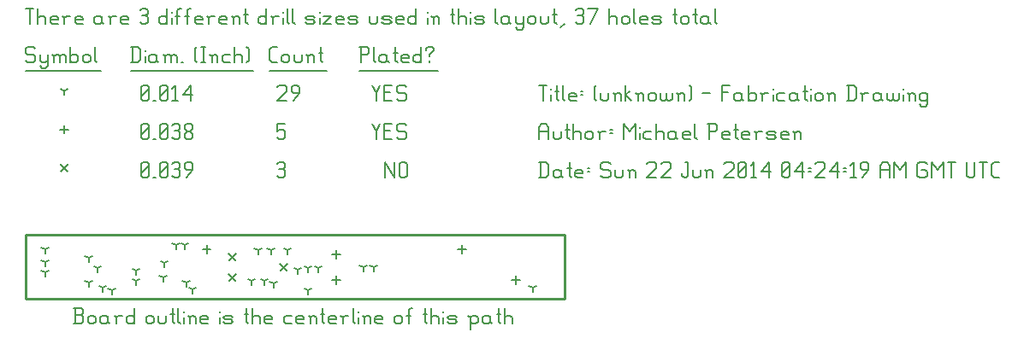
<source format=gbr>
G04 start of page 13 for group -3984 idx -3984 *
G04 Title: (unknown), fab *
G04 Creator: pcb 20110918 *
G04 CreationDate: Sun 22 Jun 2014 04:24:19 AM GMT UTC *
G04 For: railfan *
G04 Format: Gerber/RS-274X *
G04 PCB-Dimensions: 210000 25000 *
G04 PCB-Coordinate-Origin: lower left *
%MOIN*%
%FSLAX25Y25*%
%LNFAB*%
%ADD77C,0.0100*%
%ADD76C,0.0075*%
%ADD75C,0.0060*%
%ADD74C,0.0001*%
G54D74*G36*
X99300Y14266D02*X102266Y11300D01*
X101700Y10734D01*
X98734Y13700D01*
X99300Y14266D01*
G37*
G36*
X98734Y11300D02*X101700Y14266D01*
X102266Y13700D01*
X99300Y10734D01*
X98734Y11300D01*
G37*
G36*
X79300Y18266D02*X82266Y15300D01*
X81700Y14734D01*
X78734Y17700D01*
X79300Y18266D01*
G37*
G36*
X78734Y15300D02*X81700Y18266D01*
X82266Y17700D01*
X79300Y14734D01*
X78734Y15300D01*
G37*
G36*
X79300Y10266D02*X82266Y7300D01*
X81700Y6734D01*
X78734Y9700D01*
X79300Y10266D01*
G37*
G36*
X78734Y7300D02*X81700Y10266D01*
X82266Y9700D01*
X79300Y6734D01*
X78734Y7300D01*
G37*
G36*
X13800Y53016D02*X16766Y50050D01*
X16200Y49484D01*
X13234Y52450D01*
X13800Y53016D01*
G37*
G36*
X13234Y50050D02*X16200Y53016D01*
X16766Y52450D01*
X13800Y49484D01*
X13234Y50050D01*
G37*
G54D75*X140000Y53500D02*Y47500D01*
Y53500D02*X143750Y47500D01*
Y53500D02*Y47500D01*
X145550Y52750D02*Y48250D01*
Y52750D02*X146300Y53500D01*
X147800D01*
X148550Y52750D01*
Y48250D01*
X147800Y47500D02*X148550Y48250D01*
X146300Y47500D02*X147800D01*
X145550Y48250D02*X146300Y47500D01*
X98000Y52750D02*X98750Y53500D01*
X100250D01*
X101000Y52750D01*
X100250Y47500D02*X101000Y48250D01*
X98750Y47500D02*X100250D01*
X98000Y48250D02*X98750Y47500D01*
Y50800D02*X100250D01*
X101000Y52750D02*Y51550D01*
Y50050D02*Y48250D01*
Y50050D02*X100250Y50800D01*
X101000Y51550D02*X100250Y50800D01*
X45000Y48250D02*X45750Y47500D01*
X45000Y52750D02*Y48250D01*
Y52750D02*X45750Y53500D01*
X47250D01*
X48000Y52750D01*
Y48250D01*
X47250Y47500D02*X48000Y48250D01*
X45750Y47500D02*X47250D01*
X45000Y49000D02*X48000Y52000D01*
X49800Y47500D02*X50550D01*
X52350Y48250D02*X53100Y47500D01*
X52350Y52750D02*Y48250D01*
Y52750D02*X53100Y53500D01*
X54600D01*
X55350Y52750D01*
Y48250D01*
X54600Y47500D02*X55350Y48250D01*
X53100Y47500D02*X54600D01*
X52350Y49000D02*X55350Y52000D01*
X57150Y52750D02*X57900Y53500D01*
X59400D01*
X60150Y52750D01*
X59400Y47500D02*X60150Y48250D01*
X57900Y47500D02*X59400D01*
X57150Y48250D02*X57900Y47500D01*
Y50800D02*X59400D01*
X60150Y52750D02*Y51550D01*
Y50050D02*Y48250D01*
Y50050D02*X59400Y50800D01*
X60150Y51550D02*X59400Y50800D01*
X62700Y47500D02*X64950Y50500D01*
Y52750D02*Y50500D01*
X64200Y53500D02*X64950Y52750D01*
X62700Y53500D02*X64200D01*
X61950Y52750D02*X62700Y53500D01*
X61950Y52750D02*Y51250D01*
X62700Y50500D01*
X64950D01*
X70500Y21100D02*Y17900D01*
X68900Y19500D02*X72100D01*
X170000Y21100D02*Y17900D01*
X168400Y19500D02*X171600D01*
X191000Y9100D02*Y5900D01*
X189400Y7500D02*X192600D01*
X121000Y19100D02*Y15900D01*
X119400Y17500D02*X122600D01*
X121000Y9100D02*Y5900D01*
X119400Y7500D02*X122600D01*
X15000Y67850D02*Y64650D01*
X13400Y66250D02*X16600D01*
X135000Y68500D02*X136500Y65500D01*
X138000Y68500D01*
X136500Y65500D02*Y62500D01*
X139800Y65800D02*X142050D01*
X139800Y62500D02*X142800D01*
X139800Y68500D02*Y62500D01*
Y68500D02*X142800D01*
X147600D02*X148350Y67750D01*
X145350Y68500D02*X147600D01*
X144600Y67750D02*X145350Y68500D01*
X144600Y67750D02*Y66250D01*
X145350Y65500D01*
X147600D01*
X148350Y64750D01*
Y63250D01*
X147600Y62500D02*X148350Y63250D01*
X145350Y62500D02*X147600D01*
X144600Y63250D02*X145350Y62500D01*
X98000Y68500D02*X101000D01*
X98000D02*Y65500D01*
X98750Y66250D01*
X100250D01*
X101000Y65500D01*
Y63250D01*
X100250Y62500D02*X101000Y63250D01*
X98750Y62500D02*X100250D01*
X98000Y63250D02*X98750Y62500D01*
X45000Y63250D02*X45750Y62500D01*
X45000Y67750D02*Y63250D01*
Y67750D02*X45750Y68500D01*
X47250D01*
X48000Y67750D01*
Y63250D01*
X47250Y62500D02*X48000Y63250D01*
X45750Y62500D02*X47250D01*
X45000Y64000D02*X48000Y67000D01*
X49800Y62500D02*X50550D01*
X52350Y63250D02*X53100Y62500D01*
X52350Y67750D02*Y63250D01*
Y67750D02*X53100Y68500D01*
X54600D01*
X55350Y67750D01*
Y63250D01*
X54600Y62500D02*X55350Y63250D01*
X53100Y62500D02*X54600D01*
X52350Y64000D02*X55350Y67000D01*
X57150Y67750D02*X57900Y68500D01*
X59400D01*
X60150Y67750D01*
X59400Y62500D02*X60150Y63250D01*
X57900Y62500D02*X59400D01*
X57150Y63250D02*X57900Y62500D01*
Y65800D02*X59400D01*
X60150Y67750D02*Y66550D01*
Y65050D02*Y63250D01*
Y65050D02*X59400Y65800D01*
X60150Y66550D02*X59400Y65800D01*
X61950Y63250D02*X62700Y62500D01*
X61950Y64450D02*Y63250D01*
Y64450D02*X63000Y65500D01*
X63900D01*
X64950Y64450D01*
Y63250D01*
X64200Y62500D02*X64950Y63250D01*
X62700Y62500D02*X64200D01*
X61950Y66550D02*X63000Y65500D01*
X61950Y67750D02*Y66550D01*
Y67750D02*X62700Y68500D01*
X64200D01*
X64950Y67750D01*
Y66550D01*
X63900Y65500D02*X64950Y66550D01*
X7500Y14500D02*Y12900D01*
Y14500D02*X8887Y15300D01*
X7500Y14500D02*X6113Y15300D01*
X7500Y10500D02*Y8900D01*
Y10500D02*X8887Y11300D01*
X7500Y10500D02*X6113Y11300D01*
X7500Y19500D02*Y17900D01*
Y19500D02*X8887Y20300D01*
X7500Y19500D02*X6113Y20300D01*
X24500Y16000D02*Y14400D01*
Y16000D02*X25887Y16800D01*
X24500Y16000D02*X23113Y16800D01*
X24500Y6500D02*Y4900D01*
Y6500D02*X25887Y7300D01*
X24500Y6500D02*X23113Y7300D01*
X30000Y4500D02*Y2900D01*
Y4500D02*X31387Y5300D01*
X30000Y4500D02*X28613Y5300D01*
X33500Y3500D02*Y1900D01*
Y3500D02*X34887Y4300D01*
X33500Y3500D02*X32113Y4300D01*
X28000Y12000D02*Y10400D01*
Y12000D02*X29387Y12800D01*
X28000Y12000D02*X26613Y12800D01*
X43000Y11000D02*Y9400D01*
Y11000D02*X44387Y11800D01*
X43000Y11000D02*X41613Y11800D01*
X43000Y7000D02*Y5400D01*
Y7000D02*X44387Y7800D01*
X43000Y7000D02*X41613Y7800D01*
X54000Y14000D02*Y12400D01*
Y14000D02*X55387Y14800D01*
X54000Y14000D02*X52613Y14800D01*
X58500Y21000D02*Y19400D01*
Y21000D02*X59887Y21800D01*
X58500Y21000D02*X57113Y21800D01*
X62000Y21000D02*Y19400D01*
Y21000D02*X63387Y21800D01*
X62000Y21000D02*X60613Y21800D01*
X65000Y3662D02*Y2062D01*
Y3662D02*X66387Y4462D01*
X65000Y3662D02*X63613Y4462D01*
X53500Y8500D02*Y6900D01*
Y8500D02*X54887Y9300D01*
X53500Y8500D02*X52113Y9300D01*
X62500Y6500D02*Y4900D01*
Y6500D02*X63887Y7300D01*
X62500Y6500D02*X61113Y7300D01*
X95500Y19000D02*Y17400D01*
Y19000D02*X96887Y19800D01*
X95500Y19000D02*X94113Y19800D01*
X90500Y19000D02*Y17400D01*
Y19000D02*X91887Y19800D01*
X90500Y19000D02*X89113Y19800D01*
X88000Y7000D02*Y5400D01*
Y7000D02*X89387Y7800D01*
X88000Y7000D02*X86613Y7800D01*
X93000Y7000D02*Y5400D01*
Y7000D02*X94387Y7800D01*
X93000Y7000D02*X91613Y7800D01*
X96500Y6000D02*Y4400D01*
Y6000D02*X97887Y6800D01*
X96500Y6000D02*X95113Y6800D01*
X110000Y3500D02*Y1900D01*
Y3500D02*X111387Y4300D01*
X110000Y3500D02*X108613Y4300D01*
X110000Y12000D02*Y10400D01*
Y12000D02*X111387Y12800D01*
X110000Y12000D02*X108613Y12800D01*
X106000Y11500D02*Y9900D01*
Y11500D02*X107387Y12300D01*
X106000Y11500D02*X104613Y12300D01*
X114000Y12000D02*Y10400D01*
Y12000D02*X115387Y12800D01*
X114000Y12000D02*X112613Y12800D01*
X102000Y19000D02*Y17400D01*
Y19000D02*X103387Y19800D01*
X102000Y19000D02*X100613Y19800D01*
X131500Y12500D02*Y10900D01*
Y12500D02*X132887Y13300D01*
X131500Y12500D02*X130113Y13300D01*
X135500Y12500D02*Y10900D01*
Y12500D02*X136887Y13300D01*
X135500Y12500D02*X134113Y13300D01*
X197500Y4500D02*Y2900D01*
Y4500D02*X198887Y5300D01*
X197500Y4500D02*X196113Y5300D01*
X15000Y81250D02*Y79650D01*
Y81250D02*X16387Y82050D01*
X15000Y81250D02*X13613Y82050D01*
X135000Y83500D02*X136500Y80500D01*
X138000Y83500D01*
X136500Y80500D02*Y77500D01*
X139800Y80800D02*X142050D01*
X139800Y77500D02*X142800D01*
X139800Y83500D02*Y77500D01*
Y83500D02*X142800D01*
X147600D02*X148350Y82750D01*
X145350Y83500D02*X147600D01*
X144600Y82750D02*X145350Y83500D01*
X144600Y82750D02*Y81250D01*
X145350Y80500D01*
X147600D01*
X148350Y79750D01*
Y78250D01*
X147600Y77500D02*X148350Y78250D01*
X145350Y77500D02*X147600D01*
X144600Y78250D02*X145350Y77500D01*
X98000Y82750D02*X98750Y83500D01*
X101000D01*
X101750Y82750D01*
Y81250D01*
X98000Y77500D02*X101750Y81250D01*
X98000Y77500D02*X101750D01*
X104300D02*X106550Y80500D01*
Y82750D02*Y80500D01*
X105800Y83500D02*X106550Y82750D01*
X104300Y83500D02*X105800D01*
X103550Y82750D02*X104300Y83500D01*
X103550Y82750D02*Y81250D01*
X104300Y80500D01*
X106550D01*
X45000Y78250D02*X45750Y77500D01*
X45000Y82750D02*Y78250D01*
Y82750D02*X45750Y83500D01*
X47250D01*
X48000Y82750D01*
Y78250D01*
X47250Y77500D02*X48000Y78250D01*
X45750Y77500D02*X47250D01*
X45000Y79000D02*X48000Y82000D01*
X49800Y77500D02*X50550D01*
X52350Y78250D02*X53100Y77500D01*
X52350Y82750D02*Y78250D01*
Y82750D02*X53100Y83500D01*
X54600D01*
X55350Y82750D01*
Y78250D01*
X54600Y77500D02*X55350Y78250D01*
X53100Y77500D02*X54600D01*
X52350Y79000D02*X55350Y82000D01*
X57150Y82300D02*X58350Y83500D01*
Y77500D01*
X57150D02*X59400D01*
X61200Y79750D02*X64200Y83500D01*
X61200Y79750D02*X64950D01*
X64200Y83500D02*Y77500D01*
X3000Y98500D02*X3750Y97750D01*
X750Y98500D02*X3000D01*
X0Y97750D02*X750Y98500D01*
X0Y97750D02*Y96250D01*
X750Y95500D01*
X3000D01*
X3750Y94750D01*
Y93250D01*
X3000Y92500D02*X3750Y93250D01*
X750Y92500D02*X3000D01*
X0Y93250D02*X750Y92500D01*
X5550Y95500D02*Y93250D01*
X6300Y92500D01*
X8550Y95500D02*Y91000D01*
X7800Y90250D02*X8550Y91000D01*
X6300Y90250D02*X7800D01*
X5550Y91000D02*X6300Y90250D01*
Y92500D02*X7800D01*
X8550Y93250D01*
X11100Y94750D02*Y92500D01*
Y94750D02*X11850Y95500D01*
X12600D01*
X13350Y94750D01*
Y92500D01*
Y94750D02*X14100Y95500D01*
X14850D01*
X15600Y94750D01*
Y92500D01*
X10350Y95500D02*X11100Y94750D01*
X17400Y98500D02*Y92500D01*
Y93250D02*X18150Y92500D01*
X19650D01*
X20400Y93250D01*
Y94750D02*Y93250D01*
X19650Y95500D02*X20400Y94750D01*
X18150Y95500D02*X19650D01*
X17400Y94750D02*X18150Y95500D01*
X22200Y94750D02*Y93250D01*
Y94750D02*X22950Y95500D01*
X24450D01*
X25200Y94750D01*
Y93250D01*
X24450Y92500D02*X25200Y93250D01*
X22950Y92500D02*X24450D01*
X22200Y93250D02*X22950Y92500D01*
X27000Y98500D02*Y93250D01*
X27750Y92500D01*
X0Y89250D02*X29250D01*
X41750Y98500D02*Y92500D01*
X43700Y98500D02*X44750Y97450D01*
Y93550D01*
X43700Y92500D02*X44750Y93550D01*
X41000Y92500D02*X43700D01*
X41000Y98500D02*X43700D01*
G54D76*X46550Y97000D02*Y96850D01*
G54D75*Y94750D02*Y92500D01*
X50300Y95500D02*X51050Y94750D01*
X48800Y95500D02*X50300D01*
X48050Y94750D02*X48800Y95500D01*
X48050Y94750D02*Y93250D01*
X48800Y92500D01*
X51050Y95500D02*Y93250D01*
X51800Y92500D01*
X48800D02*X50300D01*
X51050Y93250D01*
X54350Y94750D02*Y92500D01*
Y94750D02*X55100Y95500D01*
X55850D01*
X56600Y94750D01*
Y92500D01*
Y94750D02*X57350Y95500D01*
X58100D01*
X58850Y94750D01*
Y92500D01*
X53600Y95500D02*X54350Y94750D01*
X60650Y92500D02*X61400D01*
X65900Y93250D02*X66650Y92500D01*
X65900Y97750D02*X66650Y98500D01*
X65900Y97750D02*Y93250D01*
X68450Y98500D02*X69950D01*
X69200D02*Y92500D01*
X68450D02*X69950D01*
X72500Y94750D02*Y92500D01*
Y94750D02*X73250Y95500D01*
X74000D01*
X74750Y94750D01*
Y92500D01*
X71750Y95500D02*X72500Y94750D01*
X77300Y95500D02*X79550D01*
X76550Y94750D02*X77300Y95500D01*
X76550Y94750D02*Y93250D01*
X77300Y92500D01*
X79550D01*
X81350Y98500D02*Y92500D01*
Y94750D02*X82100Y95500D01*
X83600D01*
X84350Y94750D01*
Y92500D01*
X86150Y98500D02*X86900Y97750D01*
Y93250D01*
X86150Y92500D02*X86900Y93250D01*
X41000Y89250D02*X88700D01*
X96050Y92500D02*X98000D01*
X95000Y93550D02*X96050Y92500D01*
X95000Y97450D02*Y93550D01*
Y97450D02*X96050Y98500D01*
X98000D01*
X99800Y94750D02*Y93250D01*
Y94750D02*X100550Y95500D01*
X102050D01*
X102800Y94750D01*
Y93250D01*
X102050Y92500D02*X102800Y93250D01*
X100550Y92500D02*X102050D01*
X99800Y93250D02*X100550Y92500D01*
X104600Y95500D02*Y93250D01*
X105350Y92500D01*
X106850D01*
X107600Y93250D01*
Y95500D02*Y93250D01*
X110150Y94750D02*Y92500D01*
Y94750D02*X110900Y95500D01*
X111650D01*
X112400Y94750D01*
Y92500D01*
X109400Y95500D02*X110150Y94750D01*
X114950Y98500D02*Y93250D01*
X115700Y92500D01*
X114200Y96250D02*X115700D01*
X95000Y89250D02*X117200D01*
X130750Y98500D02*Y92500D01*
X130000Y98500D02*X133000D01*
X133750Y97750D01*
Y96250D01*
X133000Y95500D02*X133750Y96250D01*
X130750Y95500D02*X133000D01*
X135550Y98500D02*Y93250D01*
X136300Y92500D01*
X140050Y95500D02*X140800Y94750D01*
X138550Y95500D02*X140050D01*
X137800Y94750D02*X138550Y95500D01*
X137800Y94750D02*Y93250D01*
X138550Y92500D01*
X140800Y95500D02*Y93250D01*
X141550Y92500D01*
X138550D02*X140050D01*
X140800Y93250D01*
X144100Y98500D02*Y93250D01*
X144850Y92500D01*
X143350Y96250D02*X144850D01*
X147100Y92500D02*X149350D01*
X146350Y93250D02*X147100Y92500D01*
X146350Y94750D02*Y93250D01*
Y94750D02*X147100Y95500D01*
X148600D01*
X149350Y94750D01*
X146350Y94000D02*X149350D01*
Y94750D02*Y94000D01*
X154150Y98500D02*Y92500D01*
X153400D02*X154150Y93250D01*
X151900Y92500D02*X153400D01*
X151150Y93250D02*X151900Y92500D01*
X151150Y94750D02*Y93250D01*
Y94750D02*X151900Y95500D01*
X153400D01*
X154150Y94750D01*
X157450Y95500D02*Y94750D01*
Y93250D02*Y92500D01*
X155950Y97750D02*Y97000D01*
Y97750D02*X156700Y98500D01*
X158200D01*
X158950Y97750D01*
Y97000D01*
X157450Y95500D02*X158950Y97000D01*
X130000Y89250D02*X160750D01*
X0Y113500D02*X3000D01*
X1500D02*Y107500D01*
X4800Y113500D02*Y107500D01*
Y109750D02*X5550Y110500D01*
X7050D01*
X7800Y109750D01*
Y107500D01*
X10350D02*X12600D01*
X9600Y108250D02*X10350Y107500D01*
X9600Y109750D02*Y108250D01*
Y109750D02*X10350Y110500D01*
X11850D01*
X12600Y109750D01*
X9600Y109000D02*X12600D01*
Y109750D02*Y109000D01*
X15150Y109750D02*Y107500D01*
Y109750D02*X15900Y110500D01*
X17400D01*
X14400D02*X15150Y109750D01*
X19950Y107500D02*X22200D01*
X19200Y108250D02*X19950Y107500D01*
X19200Y109750D02*Y108250D01*
Y109750D02*X19950Y110500D01*
X21450D01*
X22200Y109750D01*
X19200Y109000D02*X22200D01*
Y109750D02*Y109000D01*
X28950Y110500D02*X29700Y109750D01*
X27450Y110500D02*X28950D01*
X26700Y109750D02*X27450Y110500D01*
X26700Y109750D02*Y108250D01*
X27450Y107500D01*
X29700Y110500D02*Y108250D01*
X30450Y107500D01*
X27450D02*X28950D01*
X29700Y108250D01*
X33000Y109750D02*Y107500D01*
Y109750D02*X33750Y110500D01*
X35250D01*
X32250D02*X33000Y109750D01*
X37800Y107500D02*X40050D01*
X37050Y108250D02*X37800Y107500D01*
X37050Y109750D02*Y108250D01*
Y109750D02*X37800Y110500D01*
X39300D01*
X40050Y109750D01*
X37050Y109000D02*X40050D01*
Y109750D02*Y109000D01*
X44550Y112750D02*X45300Y113500D01*
X46800D01*
X47550Y112750D01*
X46800Y107500D02*X47550Y108250D01*
X45300Y107500D02*X46800D01*
X44550Y108250D02*X45300Y107500D01*
Y110800D02*X46800D01*
X47550Y112750D02*Y111550D01*
Y110050D02*Y108250D01*
Y110050D02*X46800Y110800D01*
X47550Y111550D02*X46800Y110800D01*
X55050Y113500D02*Y107500D01*
X54300D02*X55050Y108250D01*
X52800Y107500D02*X54300D01*
X52050Y108250D02*X52800Y107500D01*
X52050Y109750D02*Y108250D01*
Y109750D02*X52800Y110500D01*
X54300D01*
X55050Y109750D01*
G54D76*X56850Y112000D02*Y111850D01*
G54D75*Y109750D02*Y107500D01*
X59100Y112750D02*Y107500D01*
Y112750D02*X59850Y113500D01*
X60600D01*
X58350Y110500D02*X59850D01*
X62850Y112750D02*Y107500D01*
Y112750D02*X63600Y113500D01*
X64350D01*
X62100Y110500D02*X63600D01*
X66600Y107500D02*X68850D01*
X65850Y108250D02*X66600Y107500D01*
X65850Y109750D02*Y108250D01*
Y109750D02*X66600Y110500D01*
X68100D01*
X68850Y109750D01*
X65850Y109000D02*X68850D01*
Y109750D02*Y109000D01*
X71400Y109750D02*Y107500D01*
Y109750D02*X72150Y110500D01*
X73650D01*
X70650D02*X71400Y109750D01*
X76200Y107500D02*X78450D01*
X75450Y108250D02*X76200Y107500D01*
X75450Y109750D02*Y108250D01*
Y109750D02*X76200Y110500D01*
X77700D01*
X78450Y109750D01*
X75450Y109000D02*X78450D01*
Y109750D02*Y109000D01*
X81000Y109750D02*Y107500D01*
Y109750D02*X81750Y110500D01*
X82500D01*
X83250Y109750D01*
Y107500D01*
X80250Y110500D02*X81000Y109750D01*
X85800Y113500D02*Y108250D01*
X86550Y107500D01*
X85050Y111250D02*X86550D01*
X93750Y113500D02*Y107500D01*
X93000D02*X93750Y108250D01*
X91500Y107500D02*X93000D01*
X90750Y108250D02*X91500Y107500D01*
X90750Y109750D02*Y108250D01*
Y109750D02*X91500Y110500D01*
X93000D01*
X93750Y109750D01*
X96300D02*Y107500D01*
Y109750D02*X97050Y110500D01*
X98550D01*
X95550D02*X96300Y109750D01*
G54D76*X100350Y112000D02*Y111850D01*
G54D75*Y109750D02*Y107500D01*
X101850Y113500D02*Y108250D01*
X102600Y107500D01*
X104100Y113500D02*Y108250D01*
X104850Y107500D01*
X109800D02*X112050D01*
X112800Y108250D01*
X112050Y109000D02*X112800Y108250D01*
X109800Y109000D02*X112050D01*
X109050Y109750D02*X109800Y109000D01*
X109050Y109750D02*X109800Y110500D01*
X112050D01*
X112800Y109750D01*
X109050Y108250D02*X109800Y107500D01*
G54D76*X114600Y112000D02*Y111850D01*
G54D75*Y109750D02*Y107500D01*
X116100Y110500D02*X119100D01*
X116100Y107500D02*X119100Y110500D01*
X116100Y107500D02*X119100D01*
X121650D02*X123900D01*
X120900Y108250D02*X121650Y107500D01*
X120900Y109750D02*Y108250D01*
Y109750D02*X121650Y110500D01*
X123150D01*
X123900Y109750D01*
X120900Y109000D02*X123900D01*
Y109750D02*Y109000D01*
X126450Y107500D02*X128700D01*
X129450Y108250D01*
X128700Y109000D02*X129450Y108250D01*
X126450Y109000D02*X128700D01*
X125700Y109750D02*X126450Y109000D01*
X125700Y109750D02*X126450Y110500D01*
X128700D01*
X129450Y109750D01*
X125700Y108250D02*X126450Y107500D01*
X133950Y110500D02*Y108250D01*
X134700Y107500D01*
X136200D01*
X136950Y108250D01*
Y110500D02*Y108250D01*
X139500Y107500D02*X141750D01*
X142500Y108250D01*
X141750Y109000D02*X142500Y108250D01*
X139500Y109000D02*X141750D01*
X138750Y109750D02*X139500Y109000D01*
X138750Y109750D02*X139500Y110500D01*
X141750D01*
X142500Y109750D01*
X138750Y108250D02*X139500Y107500D01*
X145050D02*X147300D01*
X144300Y108250D02*X145050Y107500D01*
X144300Y109750D02*Y108250D01*
Y109750D02*X145050Y110500D01*
X146550D01*
X147300Y109750D01*
X144300Y109000D02*X147300D01*
Y109750D02*Y109000D01*
X152100Y113500D02*Y107500D01*
X151350D02*X152100Y108250D01*
X149850Y107500D02*X151350D01*
X149100Y108250D02*X149850Y107500D01*
X149100Y109750D02*Y108250D01*
Y109750D02*X149850Y110500D01*
X151350D01*
X152100Y109750D01*
G54D76*X156600Y112000D02*Y111850D01*
G54D75*Y109750D02*Y107500D01*
X158850Y109750D02*Y107500D01*
Y109750D02*X159600Y110500D01*
X160350D01*
X161100Y109750D01*
Y107500D01*
X158100Y110500D02*X158850Y109750D01*
X166350Y113500D02*Y108250D01*
X167100Y107500D01*
X165600Y111250D02*X167100D01*
X168600Y113500D02*Y107500D01*
Y109750D02*X169350Y110500D01*
X170850D01*
X171600Y109750D01*
Y107500D01*
G54D76*X173400Y112000D02*Y111850D01*
G54D75*Y109750D02*Y107500D01*
X175650D02*X177900D01*
X178650Y108250D01*
X177900Y109000D02*X178650Y108250D01*
X175650Y109000D02*X177900D01*
X174900Y109750D02*X175650Y109000D01*
X174900Y109750D02*X175650Y110500D01*
X177900D01*
X178650Y109750D01*
X174900Y108250D02*X175650Y107500D01*
X183150Y113500D02*Y108250D01*
X183900Y107500D01*
X187650Y110500D02*X188400Y109750D01*
X186150Y110500D02*X187650D01*
X185400Y109750D02*X186150Y110500D01*
X185400Y109750D02*Y108250D01*
X186150Y107500D01*
X188400Y110500D02*Y108250D01*
X189150Y107500D01*
X186150D02*X187650D01*
X188400Y108250D01*
X190950Y110500D02*Y108250D01*
X191700Y107500D01*
X193950Y110500D02*Y106000D01*
X193200Y105250D02*X193950Y106000D01*
X191700Y105250D02*X193200D01*
X190950Y106000D02*X191700Y105250D01*
Y107500D02*X193200D01*
X193950Y108250D01*
X195750Y109750D02*Y108250D01*
Y109750D02*X196500Y110500D01*
X198000D01*
X198750Y109750D01*
Y108250D01*
X198000Y107500D02*X198750Y108250D01*
X196500Y107500D02*X198000D01*
X195750Y108250D02*X196500Y107500D01*
X200550Y110500D02*Y108250D01*
X201300Y107500D01*
X202800D01*
X203550Y108250D01*
Y110500D02*Y108250D01*
X206100Y113500D02*Y108250D01*
X206850Y107500D01*
X205350Y111250D02*X206850D01*
X208350Y106000D02*X209850Y107500D01*
X214350Y112750D02*X215100Y113500D01*
X216600D01*
X217350Y112750D01*
X216600Y107500D02*X217350Y108250D01*
X215100Y107500D02*X216600D01*
X214350Y108250D02*X215100Y107500D01*
Y110800D02*X216600D01*
X217350Y112750D02*Y111550D01*
Y110050D02*Y108250D01*
Y110050D02*X216600Y110800D01*
X217350Y111550D02*X216600Y110800D01*
X219900Y107500D02*X222900Y113500D01*
X219150D02*X222900D01*
X227400D02*Y107500D01*
Y109750D02*X228150Y110500D01*
X229650D01*
X230400Y109750D01*
Y107500D01*
X232200Y109750D02*Y108250D01*
Y109750D02*X232950Y110500D01*
X234450D01*
X235200Y109750D01*
Y108250D01*
X234450Y107500D02*X235200Y108250D01*
X232950Y107500D02*X234450D01*
X232200Y108250D02*X232950Y107500D01*
X237000Y113500D02*Y108250D01*
X237750Y107500D01*
X240000D02*X242250D01*
X239250Y108250D02*X240000Y107500D01*
X239250Y109750D02*Y108250D01*
Y109750D02*X240000Y110500D01*
X241500D01*
X242250Y109750D01*
X239250Y109000D02*X242250D01*
Y109750D02*Y109000D01*
X244800Y107500D02*X247050D01*
X247800Y108250D01*
X247050Y109000D02*X247800Y108250D01*
X244800Y109000D02*X247050D01*
X244050Y109750D02*X244800Y109000D01*
X244050Y109750D02*X244800Y110500D01*
X247050D01*
X247800Y109750D01*
X244050Y108250D02*X244800Y107500D01*
X253050Y113500D02*Y108250D01*
X253800Y107500D01*
X252300Y111250D02*X253800D01*
X255300Y109750D02*Y108250D01*
Y109750D02*X256050Y110500D01*
X257550D01*
X258300Y109750D01*
Y108250D01*
X257550Y107500D02*X258300Y108250D01*
X256050Y107500D02*X257550D01*
X255300Y108250D02*X256050Y107500D01*
X260850Y113500D02*Y108250D01*
X261600Y107500D01*
X260100Y111250D02*X261600D01*
X265350Y110500D02*X266100Y109750D01*
X263850Y110500D02*X265350D01*
X263100Y109750D02*X263850Y110500D01*
X263100Y109750D02*Y108250D01*
X263850Y107500D01*
X266100Y110500D02*Y108250D01*
X266850Y107500D01*
X263850D02*X265350D01*
X266100Y108250D01*
X268650Y113500D02*Y108250D01*
X269400Y107500D01*
G54D77*X0Y25000D02*X210000D01*
Y0D01*
X0D01*
Y25000D01*
G54D75*X18675Y-9500D02*X21675D01*
X22425Y-8750D01*
Y-6950D02*Y-8750D01*
X21675Y-6200D02*X22425Y-6950D01*
X19425Y-6200D02*X21675D01*
X19425Y-3500D02*Y-9500D01*
X18675Y-3500D02*X21675D01*
X22425Y-4250D01*
Y-5450D01*
X21675Y-6200D02*X22425Y-5450D01*
X24225Y-7250D02*Y-8750D01*
Y-7250D02*X24975Y-6500D01*
X26475D01*
X27225Y-7250D01*
Y-8750D01*
X26475Y-9500D02*X27225Y-8750D01*
X24975Y-9500D02*X26475D01*
X24225Y-8750D02*X24975Y-9500D01*
X31275Y-6500D02*X32025Y-7250D01*
X29775Y-6500D02*X31275D01*
X29025Y-7250D02*X29775Y-6500D01*
X29025Y-7250D02*Y-8750D01*
X29775Y-9500D01*
X32025Y-6500D02*Y-8750D01*
X32775Y-9500D01*
X29775D02*X31275D01*
X32025Y-8750D01*
X35325Y-7250D02*Y-9500D01*
Y-7250D02*X36075Y-6500D01*
X37575D01*
X34575D02*X35325Y-7250D01*
X42375Y-3500D02*Y-9500D01*
X41625D02*X42375Y-8750D01*
X40125Y-9500D02*X41625D01*
X39375Y-8750D02*X40125Y-9500D01*
X39375Y-7250D02*Y-8750D01*
Y-7250D02*X40125Y-6500D01*
X41625D01*
X42375Y-7250D01*
X46875D02*Y-8750D01*
Y-7250D02*X47625Y-6500D01*
X49125D01*
X49875Y-7250D01*
Y-8750D01*
X49125Y-9500D02*X49875Y-8750D01*
X47625Y-9500D02*X49125D01*
X46875Y-8750D02*X47625Y-9500D01*
X51675Y-6500D02*Y-8750D01*
X52425Y-9500D01*
X53925D01*
X54675Y-8750D01*
Y-6500D02*Y-8750D01*
X57225Y-3500D02*Y-8750D01*
X57975Y-9500D01*
X56475Y-5750D02*X57975D01*
X59475Y-3500D02*Y-8750D01*
X60225Y-9500D01*
G54D76*X61725Y-5000D02*Y-5150D01*
G54D75*Y-7250D02*Y-9500D01*
X63975Y-7250D02*Y-9500D01*
Y-7250D02*X64725Y-6500D01*
X65475D01*
X66225Y-7250D01*
Y-9500D01*
X63225Y-6500D02*X63975Y-7250D01*
X68775Y-9500D02*X71025D01*
X68025Y-8750D02*X68775Y-9500D01*
X68025Y-7250D02*Y-8750D01*
Y-7250D02*X68775Y-6500D01*
X70275D01*
X71025Y-7250D01*
X68025Y-8000D02*X71025D01*
Y-7250D02*Y-8000D01*
G54D76*X75525Y-5000D02*Y-5150D01*
G54D75*Y-7250D02*Y-9500D01*
X77775D02*X80025D01*
X80775Y-8750D01*
X80025Y-8000D02*X80775Y-8750D01*
X77775Y-8000D02*X80025D01*
X77025Y-7250D02*X77775Y-8000D01*
X77025Y-7250D02*X77775Y-6500D01*
X80025D01*
X80775Y-7250D01*
X77025Y-8750D02*X77775Y-9500D01*
X86025Y-3500D02*Y-8750D01*
X86775Y-9500D01*
X85275Y-5750D02*X86775D01*
X88275Y-3500D02*Y-9500D01*
Y-7250D02*X89025Y-6500D01*
X90525D01*
X91275Y-7250D01*
Y-9500D01*
X93825D02*X96075D01*
X93075Y-8750D02*X93825Y-9500D01*
X93075Y-7250D02*Y-8750D01*
Y-7250D02*X93825Y-6500D01*
X95325D01*
X96075Y-7250D01*
X93075Y-8000D02*X96075D01*
Y-7250D02*Y-8000D01*
X101325Y-6500D02*X103575D01*
X100575Y-7250D02*X101325Y-6500D01*
X100575Y-7250D02*Y-8750D01*
X101325Y-9500D01*
X103575D01*
X106125D02*X108375D01*
X105375Y-8750D02*X106125Y-9500D01*
X105375Y-7250D02*Y-8750D01*
Y-7250D02*X106125Y-6500D01*
X107625D01*
X108375Y-7250D01*
X105375Y-8000D02*X108375D01*
Y-7250D02*Y-8000D01*
X110925Y-7250D02*Y-9500D01*
Y-7250D02*X111675Y-6500D01*
X112425D01*
X113175Y-7250D01*
Y-9500D01*
X110175Y-6500D02*X110925Y-7250D01*
X115725Y-3500D02*Y-8750D01*
X116475Y-9500D01*
X114975Y-5750D02*X116475D01*
X118725Y-9500D02*X120975D01*
X117975Y-8750D02*X118725Y-9500D01*
X117975Y-7250D02*Y-8750D01*
Y-7250D02*X118725Y-6500D01*
X120225D01*
X120975Y-7250D01*
X117975Y-8000D02*X120975D01*
Y-7250D02*Y-8000D01*
X123525Y-7250D02*Y-9500D01*
Y-7250D02*X124275Y-6500D01*
X125775D01*
X122775D02*X123525Y-7250D01*
X127575Y-3500D02*Y-8750D01*
X128325Y-9500D01*
G54D76*X129825Y-5000D02*Y-5150D01*
G54D75*Y-7250D02*Y-9500D01*
X132075Y-7250D02*Y-9500D01*
Y-7250D02*X132825Y-6500D01*
X133575D01*
X134325Y-7250D01*
Y-9500D01*
X131325Y-6500D02*X132075Y-7250D01*
X136875Y-9500D02*X139125D01*
X136125Y-8750D02*X136875Y-9500D01*
X136125Y-7250D02*Y-8750D01*
Y-7250D02*X136875Y-6500D01*
X138375D01*
X139125Y-7250D01*
X136125Y-8000D02*X139125D01*
Y-7250D02*Y-8000D01*
X143625Y-7250D02*Y-8750D01*
Y-7250D02*X144375Y-6500D01*
X145875D01*
X146625Y-7250D01*
Y-8750D01*
X145875Y-9500D02*X146625Y-8750D01*
X144375Y-9500D02*X145875D01*
X143625Y-8750D02*X144375Y-9500D01*
X149175Y-4250D02*Y-9500D01*
Y-4250D02*X149925Y-3500D01*
X150675D01*
X148425Y-6500D02*X149925D01*
X155625Y-3500D02*Y-8750D01*
X156375Y-9500D01*
X154875Y-5750D02*X156375D01*
X157875Y-3500D02*Y-9500D01*
Y-7250D02*X158625Y-6500D01*
X160125D01*
X160875Y-7250D01*
Y-9500D01*
G54D76*X162675Y-5000D02*Y-5150D01*
G54D75*Y-7250D02*Y-9500D01*
X164925D02*X167175D01*
X167925Y-8750D01*
X167175Y-8000D02*X167925Y-8750D01*
X164925Y-8000D02*X167175D01*
X164175Y-7250D02*X164925Y-8000D01*
X164175Y-7250D02*X164925Y-6500D01*
X167175D01*
X167925Y-7250D01*
X164175Y-8750D02*X164925Y-9500D01*
X173175Y-7250D02*Y-11750D01*
X172425Y-6500D02*X173175Y-7250D01*
X173925Y-6500D01*
X175425D01*
X176175Y-7250D01*
Y-8750D01*
X175425Y-9500D02*X176175Y-8750D01*
X173925Y-9500D02*X175425D01*
X173175Y-8750D02*X173925Y-9500D01*
X180225Y-6500D02*X180975Y-7250D01*
X178725Y-6500D02*X180225D01*
X177975Y-7250D02*X178725Y-6500D01*
X177975Y-7250D02*Y-8750D01*
X178725Y-9500D01*
X180975Y-6500D02*Y-8750D01*
X181725Y-9500D01*
X178725D02*X180225D01*
X180975Y-8750D01*
X184275Y-3500D02*Y-8750D01*
X185025Y-9500D01*
X183525Y-5750D02*X185025D01*
X186525Y-3500D02*Y-9500D01*
Y-7250D02*X187275Y-6500D01*
X188775D01*
X189525Y-7250D01*
Y-9500D01*
X200750Y53500D02*Y47500D01*
X202700Y53500D02*X203750Y52450D01*
Y48550D01*
X202700Y47500D02*X203750Y48550D01*
X200000Y47500D02*X202700D01*
X200000Y53500D02*X202700D01*
X207800Y50500D02*X208550Y49750D01*
X206300Y50500D02*X207800D01*
X205550Y49750D02*X206300Y50500D01*
X205550Y49750D02*Y48250D01*
X206300Y47500D01*
X208550Y50500D02*Y48250D01*
X209300Y47500D01*
X206300D02*X207800D01*
X208550Y48250D01*
X211850Y53500D02*Y48250D01*
X212600Y47500D01*
X211100Y51250D02*X212600D01*
X214850Y47500D02*X217100D01*
X214100Y48250D02*X214850Y47500D01*
X214100Y49750D02*Y48250D01*
Y49750D02*X214850Y50500D01*
X216350D01*
X217100Y49750D01*
X214100Y49000D02*X217100D01*
Y49750D02*Y49000D01*
X218900Y51250D02*X219650D01*
X218900Y49750D02*X219650D01*
X227150Y53500D02*X227900Y52750D01*
X224900Y53500D02*X227150D01*
X224150Y52750D02*X224900Y53500D01*
X224150Y52750D02*Y51250D01*
X224900Y50500D01*
X227150D01*
X227900Y49750D01*
Y48250D01*
X227150Y47500D02*X227900Y48250D01*
X224900Y47500D02*X227150D01*
X224150Y48250D02*X224900Y47500D01*
X229700Y50500D02*Y48250D01*
X230450Y47500D01*
X231950D01*
X232700Y48250D01*
Y50500D02*Y48250D01*
X235250Y49750D02*Y47500D01*
Y49750D02*X236000Y50500D01*
X236750D01*
X237500Y49750D01*
Y47500D01*
X234500Y50500D02*X235250Y49750D01*
X242000Y52750D02*X242750Y53500D01*
X245000D01*
X245750Y52750D01*
Y51250D01*
X242000Y47500D02*X245750Y51250D01*
X242000Y47500D02*X245750D01*
X247550Y52750D02*X248300Y53500D01*
X250550D01*
X251300Y52750D01*
Y51250D01*
X247550Y47500D02*X251300Y51250D01*
X247550Y47500D02*X251300D01*
X256850Y53500D02*X258050D01*
Y48250D01*
X257300Y47500D02*X258050Y48250D01*
X256550Y47500D02*X257300D01*
X255800Y48250D02*X256550Y47500D01*
X255800Y49000D02*Y48250D01*
X259850Y50500D02*Y48250D01*
X260600Y47500D01*
X262100D01*
X262850Y48250D01*
Y50500D02*Y48250D01*
X265400Y49750D02*Y47500D01*
Y49750D02*X266150Y50500D01*
X266900D01*
X267650Y49750D01*
Y47500D01*
X264650Y50500D02*X265400Y49750D01*
X272150Y52750D02*X272900Y53500D01*
X275150D01*
X275900Y52750D01*
Y51250D01*
X272150Y47500D02*X275900Y51250D01*
X272150Y47500D02*X275900D01*
X277700Y48250D02*X278450Y47500D01*
X277700Y52750D02*Y48250D01*
Y52750D02*X278450Y53500D01*
X279950D01*
X280700Y52750D01*
Y48250D01*
X279950Y47500D02*X280700Y48250D01*
X278450Y47500D02*X279950D01*
X277700Y49000D02*X280700Y52000D01*
X282500Y52300D02*X283700Y53500D01*
Y47500D01*
X282500D02*X284750D01*
X286550Y49750D02*X289550Y53500D01*
X286550Y49750D02*X290300D01*
X289550Y53500D02*Y47500D01*
X294800Y48250D02*X295550Y47500D01*
X294800Y52750D02*Y48250D01*
Y52750D02*X295550Y53500D01*
X297050D01*
X297800Y52750D01*
Y48250D01*
X297050Y47500D02*X297800Y48250D01*
X295550Y47500D02*X297050D01*
X294800Y49000D02*X297800Y52000D01*
X299600Y49750D02*X302600Y53500D01*
X299600Y49750D02*X303350D01*
X302600Y53500D02*Y47500D01*
X305150Y51250D02*X305900D01*
X305150Y49750D02*X305900D01*
X307700Y52750D02*X308450Y53500D01*
X310700D01*
X311450Y52750D01*
Y51250D01*
X307700Y47500D02*X311450Y51250D01*
X307700Y47500D02*X311450D01*
X313250Y49750D02*X316250Y53500D01*
X313250Y49750D02*X317000D01*
X316250Y53500D02*Y47500D01*
X318800Y51250D02*X319550D01*
X318800Y49750D02*X319550D01*
X321350Y52300D02*X322550Y53500D01*
Y47500D01*
X321350D02*X323600D01*
X326150D02*X328400Y50500D01*
Y52750D02*Y50500D01*
X327650Y53500D02*X328400Y52750D01*
X326150Y53500D02*X327650D01*
X325400Y52750D02*X326150Y53500D01*
X325400Y52750D02*Y51250D01*
X326150Y50500D01*
X328400D01*
X332900Y52000D02*Y47500D01*
Y52000D02*X333950Y53500D01*
X335600D01*
X336650Y52000D01*
Y47500D01*
X332900Y50500D02*X336650D01*
X338450Y53500D02*Y47500D01*
Y53500D02*X340700Y50500D01*
X342950Y53500D01*
Y47500D01*
X350450Y53500D02*X351200Y52750D01*
X348200Y53500D02*X350450D01*
X347450Y52750D02*X348200Y53500D01*
X347450Y52750D02*Y48250D01*
X348200Y47500D01*
X350450D01*
X351200Y48250D01*
Y49750D02*Y48250D01*
X350450Y50500D02*X351200Y49750D01*
X348950Y50500D02*X350450D01*
X353000Y53500D02*Y47500D01*
Y53500D02*X355250Y50500D01*
X357500Y53500D01*
Y47500D01*
X359300Y53500D02*X362300D01*
X360800D02*Y47500D01*
X366800Y53500D02*Y48250D01*
X367550Y47500D01*
X369050D01*
X369800Y48250D01*
Y53500D02*Y48250D01*
X371600Y53500D02*X374600D01*
X373100D02*Y47500D01*
X377450D02*X379400D01*
X376400Y48550D02*X377450Y47500D01*
X376400Y52450D02*Y48550D01*
Y52450D02*X377450Y53500D01*
X379400D01*
X200000Y67000D02*Y62500D01*
Y67000D02*X201050Y68500D01*
X202700D01*
X203750Y67000D01*
Y62500D01*
X200000Y65500D02*X203750D01*
X205550D02*Y63250D01*
X206300Y62500D01*
X207800D01*
X208550Y63250D01*
Y65500D02*Y63250D01*
X211100Y68500D02*Y63250D01*
X211850Y62500D01*
X210350Y66250D02*X211850D01*
X213350Y68500D02*Y62500D01*
Y64750D02*X214100Y65500D01*
X215600D01*
X216350Y64750D01*
Y62500D01*
X218150Y64750D02*Y63250D01*
Y64750D02*X218900Y65500D01*
X220400D01*
X221150Y64750D01*
Y63250D01*
X220400Y62500D02*X221150Y63250D01*
X218900Y62500D02*X220400D01*
X218150Y63250D02*X218900Y62500D01*
X223700Y64750D02*Y62500D01*
Y64750D02*X224450Y65500D01*
X225950D01*
X222950D02*X223700Y64750D01*
X227750Y66250D02*X228500D01*
X227750Y64750D02*X228500D01*
X233000Y68500D02*Y62500D01*
Y68500D02*X235250Y65500D01*
X237500Y68500D01*
Y62500D01*
G54D76*X239300Y67000D02*Y66850D01*
G54D75*Y64750D02*Y62500D01*
X241550Y65500D02*X243800D01*
X240800Y64750D02*X241550Y65500D01*
X240800Y64750D02*Y63250D01*
X241550Y62500D01*
X243800D01*
X245600Y68500D02*Y62500D01*
Y64750D02*X246350Y65500D01*
X247850D01*
X248600Y64750D01*
Y62500D01*
X252650Y65500D02*X253400Y64750D01*
X251150Y65500D02*X252650D01*
X250400Y64750D02*X251150Y65500D01*
X250400Y64750D02*Y63250D01*
X251150Y62500D01*
X253400Y65500D02*Y63250D01*
X254150Y62500D01*
X251150D02*X252650D01*
X253400Y63250D01*
X256700Y62500D02*X258950D01*
X255950Y63250D02*X256700Y62500D01*
X255950Y64750D02*Y63250D01*
Y64750D02*X256700Y65500D01*
X258200D01*
X258950Y64750D01*
X255950Y64000D02*X258950D01*
Y64750D02*Y64000D01*
X260750Y68500D02*Y63250D01*
X261500Y62500D01*
X266450Y68500D02*Y62500D01*
X265700Y68500D02*X268700D01*
X269450Y67750D01*
Y66250D01*
X268700Y65500D02*X269450Y66250D01*
X266450Y65500D02*X268700D01*
X272000Y62500D02*X274250D01*
X271250Y63250D02*X272000Y62500D01*
X271250Y64750D02*Y63250D01*
Y64750D02*X272000Y65500D01*
X273500D01*
X274250Y64750D01*
X271250Y64000D02*X274250D01*
Y64750D02*Y64000D01*
X276800Y68500D02*Y63250D01*
X277550Y62500D01*
X276050Y66250D02*X277550D01*
X279800Y62500D02*X282050D01*
X279050Y63250D02*X279800Y62500D01*
X279050Y64750D02*Y63250D01*
Y64750D02*X279800Y65500D01*
X281300D01*
X282050Y64750D01*
X279050Y64000D02*X282050D01*
Y64750D02*Y64000D01*
X284600Y64750D02*Y62500D01*
Y64750D02*X285350Y65500D01*
X286850D01*
X283850D02*X284600Y64750D01*
X289400Y62500D02*X291650D01*
X292400Y63250D01*
X291650Y64000D02*X292400Y63250D01*
X289400Y64000D02*X291650D01*
X288650Y64750D02*X289400Y64000D01*
X288650Y64750D02*X289400Y65500D01*
X291650D01*
X292400Y64750D01*
X288650Y63250D02*X289400Y62500D01*
X294950D02*X297200D01*
X294200Y63250D02*X294950Y62500D01*
X294200Y64750D02*Y63250D01*
Y64750D02*X294950Y65500D01*
X296450D01*
X297200Y64750D01*
X294200Y64000D02*X297200D01*
Y64750D02*Y64000D01*
X299750Y64750D02*Y62500D01*
Y64750D02*X300500Y65500D01*
X301250D01*
X302000Y64750D01*
Y62500D01*
X299000Y65500D02*X299750Y64750D01*
X200000Y83500D02*X203000D01*
X201500D02*Y77500D01*
G54D76*X204800Y82000D02*Y81850D01*
G54D75*Y79750D02*Y77500D01*
X207050Y83500D02*Y78250D01*
X207800Y77500D01*
X206300Y81250D02*X207800D01*
X209300Y83500D02*Y78250D01*
X210050Y77500D01*
X212300D02*X214550D01*
X211550Y78250D02*X212300Y77500D01*
X211550Y79750D02*Y78250D01*
Y79750D02*X212300Y80500D01*
X213800D01*
X214550Y79750D01*
X211550Y79000D02*X214550D01*
Y79750D02*Y79000D01*
X216350Y81250D02*X217100D01*
X216350Y79750D02*X217100D01*
X221600Y78250D02*X222350Y77500D01*
X221600Y82750D02*X222350Y83500D01*
X221600Y82750D02*Y78250D01*
X224150Y80500D02*Y78250D01*
X224900Y77500D01*
X226400D01*
X227150Y78250D01*
Y80500D02*Y78250D01*
X229700Y79750D02*Y77500D01*
Y79750D02*X230450Y80500D01*
X231200D01*
X231950Y79750D01*
Y77500D01*
X228950Y80500D02*X229700Y79750D01*
X233750Y83500D02*Y77500D01*
Y79750D02*X236000Y77500D01*
X233750Y79750D02*X235250Y81250D01*
X238550Y79750D02*Y77500D01*
Y79750D02*X239300Y80500D01*
X240050D01*
X240800Y79750D01*
Y77500D01*
X237800Y80500D02*X238550Y79750D01*
X242600D02*Y78250D01*
Y79750D02*X243350Y80500D01*
X244850D01*
X245600Y79750D01*
Y78250D01*
X244850Y77500D02*X245600Y78250D01*
X243350Y77500D02*X244850D01*
X242600Y78250D02*X243350Y77500D01*
X247400Y80500D02*Y78250D01*
X248150Y77500D01*
X248900D01*
X249650Y78250D01*
Y80500D02*Y78250D01*
X250400Y77500D01*
X251150D01*
X251900Y78250D01*
Y80500D02*Y78250D01*
X254450Y79750D02*Y77500D01*
Y79750D02*X255200Y80500D01*
X255950D01*
X256700Y79750D01*
Y77500D01*
X253700Y80500D02*X254450Y79750D01*
X258500Y83500D02*X259250Y82750D01*
Y78250D01*
X258500Y77500D02*X259250Y78250D01*
X263750Y80500D02*X266750D01*
X271250Y83500D02*Y77500D01*
Y83500D02*X274250D01*
X271250Y80800D02*X273500D01*
X278300Y80500D02*X279050Y79750D01*
X276800Y80500D02*X278300D01*
X276050Y79750D02*X276800Y80500D01*
X276050Y79750D02*Y78250D01*
X276800Y77500D01*
X279050Y80500D02*Y78250D01*
X279800Y77500D01*
X276800D02*X278300D01*
X279050Y78250D01*
X281600Y83500D02*Y77500D01*
Y78250D02*X282350Y77500D01*
X283850D01*
X284600Y78250D01*
Y79750D02*Y78250D01*
X283850Y80500D02*X284600Y79750D01*
X282350Y80500D02*X283850D01*
X281600Y79750D02*X282350Y80500D01*
X287150Y79750D02*Y77500D01*
Y79750D02*X287900Y80500D01*
X289400D01*
X286400D02*X287150Y79750D01*
G54D76*X291200Y82000D02*Y81850D01*
G54D75*Y79750D02*Y77500D01*
X293450Y80500D02*X295700D01*
X292700Y79750D02*X293450Y80500D01*
X292700Y79750D02*Y78250D01*
X293450Y77500D01*
X295700D01*
X299750Y80500D02*X300500Y79750D01*
X298250Y80500D02*X299750D01*
X297500Y79750D02*X298250Y80500D01*
X297500Y79750D02*Y78250D01*
X298250Y77500D01*
X300500Y80500D02*Y78250D01*
X301250Y77500D01*
X298250D02*X299750D01*
X300500Y78250D01*
X303800Y83500D02*Y78250D01*
X304550Y77500D01*
X303050Y81250D02*X304550D01*
G54D76*X306050Y82000D02*Y81850D01*
G54D75*Y79750D02*Y77500D01*
X307550Y79750D02*Y78250D01*
Y79750D02*X308300Y80500D01*
X309800D01*
X310550Y79750D01*
Y78250D01*
X309800Y77500D02*X310550Y78250D01*
X308300Y77500D02*X309800D01*
X307550Y78250D02*X308300Y77500D01*
X313100Y79750D02*Y77500D01*
Y79750D02*X313850Y80500D01*
X314600D01*
X315350Y79750D01*
Y77500D01*
X312350Y80500D02*X313100Y79750D01*
X320600Y83500D02*Y77500D01*
X322550Y83500D02*X323600Y82450D01*
Y78550D01*
X322550Y77500D02*X323600Y78550D01*
X319850Y77500D02*X322550D01*
X319850Y83500D02*X322550D01*
X326150Y79750D02*Y77500D01*
Y79750D02*X326900Y80500D01*
X328400D01*
X325400D02*X326150Y79750D01*
X332450Y80500D02*X333200Y79750D01*
X330950Y80500D02*X332450D01*
X330200Y79750D02*X330950Y80500D01*
X330200Y79750D02*Y78250D01*
X330950Y77500D01*
X333200Y80500D02*Y78250D01*
X333950Y77500D01*
X330950D02*X332450D01*
X333200Y78250D01*
X335750Y80500D02*Y78250D01*
X336500Y77500D01*
X337250D01*
X338000Y78250D01*
Y80500D02*Y78250D01*
X338750Y77500D01*
X339500D01*
X340250Y78250D01*
Y80500D02*Y78250D01*
G54D76*X342050Y82000D02*Y81850D01*
G54D75*Y79750D02*Y77500D01*
X344300Y79750D02*Y77500D01*
Y79750D02*X345050Y80500D01*
X345800D01*
X346550Y79750D01*
Y77500D01*
X343550Y80500D02*X344300Y79750D01*
X350600Y80500D02*X351350Y79750D01*
X349100Y80500D02*X350600D01*
X348350Y79750D02*X349100Y80500D01*
X348350Y79750D02*Y78250D01*
X349100Y77500D01*
X350600D01*
X351350Y78250D01*
X348350Y76000D02*X349100Y75250D01*
X350600D01*
X351350Y76000D01*
Y80500D02*Y76000D01*
M02*

</source>
